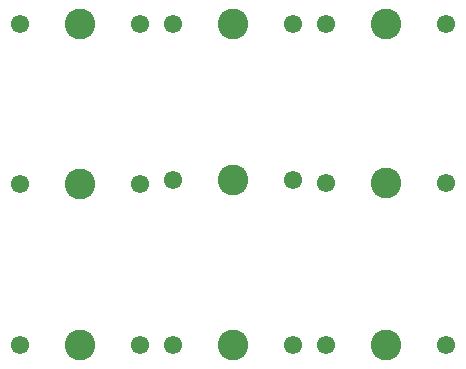
<source format=gbr>
%TF.GenerationSoftware,Altium Limited,Altium Designer,24.6.1 (21)*%
G04 Layer_Color=0*
%FSLAX45Y45*%
%MOMM*%
%TF.SameCoordinates,480F301F-7D1D-4A69-AD55-030AC2FBA8A7*%
%TF.FilePolarity,Positive*%
%TF.FileFunction,NonPlated,1,2,NPTH,Drill*%
%TF.Part,Single*%
G01*
G75*
%TA.AperFunction,ComponentDrill*%
%ADD33C,1.55000*%
%ADD34C,2.60000*%
D33*
X4457700Y8305800D02*
D03*
X5473700D02*
D03*
X3162300Y9626600D02*
D03*
X4178300D02*
D03*
X3162300Y6908800D02*
D03*
X4178300D02*
D03*
X3162300Y8267700D02*
D03*
X4178300D02*
D03*
X5473700Y6908800D02*
D03*
X4457700D02*
D03*
X6769100D02*
D03*
X5753100D02*
D03*
X6769100Y8280400D02*
D03*
X5753100D02*
D03*
X5473700Y9626600D02*
D03*
X4457700D02*
D03*
X6769100D02*
D03*
X5753100D02*
D03*
D34*
X4965700Y8305800D02*
D03*
X3670300Y9626600D02*
D03*
Y6908800D02*
D03*
Y8267700D02*
D03*
X4965700Y6908800D02*
D03*
X6261100D02*
D03*
Y8280400D02*
D03*
X4965700Y9626600D02*
D03*
X6261100D02*
D03*
%TF.MD5,2bd6b8ee7e2b2beb2a342f98c24df181*%
M02*

</source>
